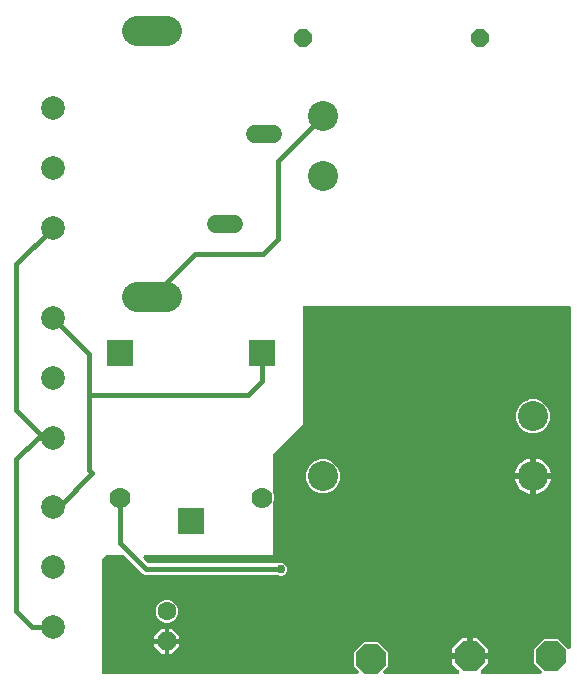
<source format=gbr>
G04 EAGLE Gerber RS-274X export*
G75*
%MOMM*%
%FSLAX34Y34*%
%LPD*%
%INBottom Copper*%
%IPPOS*%
%AMOC8*
5,1,8,0,0,1.08239X$1,22.5*%
G01*
%ADD10P,1.649562X8X202.500000*%
%ADD11C,2.000000*%
%ADD12C,2.540000*%
%ADD13C,1.524000*%
%ADD14C,2.540000*%
%ADD15R,2.184400X2.184400*%
%ADD16C,1.778000*%
%ADD17P,2.749271X8X22.500000*%
%ADD18P,1.732040X8X292.500000*%
%ADD19C,1.600200*%
%ADD20C,0.406400*%
%ADD21C,0.756400*%

G36*
X300107Y10162D02*
X300107Y10162D01*
X300116Y10161D01*
X300308Y10182D01*
X300499Y10201D01*
X300508Y10203D01*
X300517Y10204D01*
X300699Y10262D01*
X300884Y10319D01*
X300892Y10323D01*
X300901Y10326D01*
X301069Y10419D01*
X301238Y10511D01*
X301245Y10516D01*
X301253Y10521D01*
X301400Y10645D01*
X301547Y10768D01*
X301553Y10775D01*
X301560Y10781D01*
X301679Y10932D01*
X301800Y11082D01*
X301804Y11090D01*
X301809Y11097D01*
X301897Y11270D01*
X301985Y11439D01*
X301988Y11448D01*
X301992Y11456D01*
X302044Y11642D01*
X302097Y11826D01*
X302097Y11835D01*
X302100Y11844D01*
X302114Y12037D01*
X302130Y12228D01*
X302129Y12236D01*
X302129Y12245D01*
X302105Y12438D01*
X302083Y12627D01*
X302080Y12636D01*
X302079Y12645D01*
X302017Y12828D01*
X301958Y13010D01*
X301953Y13018D01*
X301951Y13026D01*
X301854Y13193D01*
X301760Y13361D01*
X301754Y13368D01*
X301750Y13375D01*
X301535Y13628D01*
X298195Y16968D01*
X298195Y28752D01*
X306528Y37085D01*
X318312Y37085D01*
X326645Y28752D01*
X326645Y16968D01*
X323305Y13628D01*
X323299Y13621D01*
X323293Y13616D01*
X323172Y13466D01*
X323050Y13317D01*
X323046Y13309D01*
X323040Y13302D01*
X322952Y13132D01*
X322861Y12961D01*
X322859Y12952D01*
X322855Y12945D01*
X322802Y12760D01*
X322747Y12575D01*
X322746Y12566D01*
X322743Y12558D01*
X322728Y12367D01*
X322710Y12174D01*
X322711Y12165D01*
X322710Y12156D01*
X322733Y11967D01*
X322754Y11774D01*
X322756Y11765D01*
X322757Y11757D01*
X322817Y11575D01*
X322875Y11390D01*
X322879Y11382D01*
X322882Y11374D01*
X322977Y11205D01*
X323070Y11038D01*
X323076Y11031D01*
X323080Y11023D01*
X323206Y10877D01*
X323330Y10731D01*
X323337Y10725D01*
X323343Y10718D01*
X323495Y10601D01*
X323646Y10481D01*
X323654Y10477D01*
X323661Y10472D01*
X323833Y10386D01*
X324005Y10299D01*
X324014Y10296D01*
X324022Y10292D01*
X324208Y10242D01*
X324393Y10191D01*
X324402Y10190D01*
X324411Y10188D01*
X324741Y10161D01*
X385022Y10161D01*
X385031Y10162D01*
X385040Y10161D01*
X385231Y10182D01*
X385422Y10201D01*
X385431Y10203D01*
X385440Y10204D01*
X385622Y10262D01*
X385807Y10319D01*
X385815Y10323D01*
X385824Y10326D01*
X385992Y10419D01*
X386161Y10511D01*
X386168Y10516D01*
X386176Y10521D01*
X386323Y10645D01*
X386471Y10768D01*
X386476Y10775D01*
X386483Y10781D01*
X386602Y10932D01*
X386723Y11082D01*
X386727Y11090D01*
X386733Y11097D01*
X386820Y11270D01*
X386908Y11439D01*
X386911Y11448D01*
X386915Y11456D01*
X386967Y11642D01*
X387020Y11826D01*
X387021Y11835D01*
X387023Y11844D01*
X387037Y12037D01*
X387053Y12228D01*
X387052Y12236D01*
X387052Y12245D01*
X387028Y12438D01*
X387006Y12627D01*
X387003Y12636D01*
X387002Y12645D01*
X386941Y12828D01*
X386881Y13010D01*
X386877Y13018D01*
X386874Y13026D01*
X386778Y13193D01*
X386683Y13361D01*
X386677Y13368D01*
X386673Y13375D01*
X386458Y13628D01*
X380999Y19087D01*
X380999Y22861D01*
X395732Y22861D01*
X395750Y22862D01*
X395767Y22861D01*
X395950Y22882D01*
X396132Y22901D01*
X396149Y22906D01*
X396167Y22908D01*
X396245Y22933D01*
X396382Y22894D01*
X396400Y22892D01*
X396417Y22888D01*
X396748Y22861D01*
X411481Y22861D01*
X411481Y19087D01*
X406022Y13628D01*
X406016Y13621D01*
X406009Y13616D01*
X405889Y13466D01*
X405767Y13317D01*
X405763Y13309D01*
X405757Y13302D01*
X405669Y13132D01*
X405578Y12961D01*
X405576Y12952D01*
X405572Y12945D01*
X405518Y12760D01*
X405463Y12575D01*
X405463Y12566D01*
X405460Y12558D01*
X405445Y12366D01*
X405427Y12174D01*
X405428Y12165D01*
X405427Y12156D01*
X405449Y11967D01*
X405470Y11774D01*
X405473Y11765D01*
X405474Y11757D01*
X405534Y11575D01*
X405592Y11390D01*
X405596Y11382D01*
X405599Y11374D01*
X405694Y11205D01*
X405787Y11038D01*
X405793Y11031D01*
X405797Y11023D01*
X405923Y10877D01*
X406047Y10731D01*
X406054Y10725D01*
X406060Y10718D01*
X406212Y10601D01*
X406363Y10481D01*
X406371Y10477D01*
X406378Y10472D01*
X406550Y10386D01*
X406722Y10299D01*
X406731Y10296D01*
X406739Y10292D01*
X406925Y10242D01*
X407110Y10191D01*
X407119Y10190D01*
X407128Y10188D01*
X407458Y10161D01*
X455039Y10161D01*
X455047Y10162D01*
X455056Y10161D01*
X455250Y10182D01*
X455439Y10201D01*
X455448Y10203D01*
X455457Y10204D01*
X455641Y10262D01*
X455824Y10319D01*
X455832Y10323D01*
X455841Y10326D01*
X456009Y10419D01*
X456178Y10511D01*
X456185Y10516D01*
X456193Y10521D01*
X456340Y10645D01*
X456487Y10768D01*
X456493Y10775D01*
X456500Y10781D01*
X456619Y10932D01*
X456740Y11082D01*
X456744Y11090D01*
X456749Y11097D01*
X456837Y11270D01*
X456925Y11439D01*
X456928Y11448D01*
X456932Y11456D01*
X456984Y11642D01*
X457037Y11826D01*
X457037Y11835D01*
X457040Y11844D01*
X457054Y12037D01*
X457070Y12228D01*
X457069Y12236D01*
X457069Y12245D01*
X457045Y12438D01*
X457023Y12627D01*
X457020Y12636D01*
X457019Y12645D01*
X456957Y12828D01*
X456898Y13010D01*
X456893Y13018D01*
X456891Y13026D01*
X456794Y13193D01*
X456700Y13361D01*
X456694Y13368D01*
X456690Y13375D01*
X456475Y13628D01*
X450595Y19508D01*
X450595Y31292D01*
X458928Y39625D01*
X470712Y39625D01*
X478372Y31965D01*
X478379Y31959D01*
X478384Y31953D01*
X478534Y31832D01*
X478683Y31710D01*
X478691Y31706D01*
X478698Y31700D01*
X478868Y31612D01*
X479039Y31521D01*
X479048Y31519D01*
X479055Y31515D01*
X479240Y31462D01*
X479425Y31407D01*
X479434Y31406D01*
X479442Y31403D01*
X479634Y31388D01*
X479826Y31370D01*
X479835Y31371D01*
X479844Y31370D01*
X480033Y31393D01*
X480226Y31414D01*
X480235Y31416D01*
X480243Y31417D01*
X480425Y31477D01*
X480610Y31535D01*
X480618Y31539D01*
X480626Y31542D01*
X480795Y31637D01*
X480962Y31730D01*
X480969Y31736D01*
X480977Y31740D01*
X481123Y31866D01*
X481269Y31990D01*
X481275Y31997D01*
X481282Y32003D01*
X481399Y32155D01*
X481519Y32306D01*
X481523Y32314D01*
X481528Y32321D01*
X481614Y32493D01*
X481701Y32665D01*
X481704Y32674D01*
X481708Y32682D01*
X481758Y32868D01*
X481809Y33053D01*
X481810Y33062D01*
X481812Y33071D01*
X481839Y33401D01*
X481839Y320040D01*
X481837Y320058D01*
X481839Y320076D01*
X481818Y320258D01*
X481799Y320441D01*
X481794Y320458D01*
X481792Y320475D01*
X481735Y320650D01*
X481681Y320826D01*
X481673Y320841D01*
X481667Y320858D01*
X481577Y321018D01*
X481489Y321180D01*
X481478Y321193D01*
X481469Y321209D01*
X481349Y321348D01*
X481232Y321489D01*
X481218Y321500D01*
X481206Y321514D01*
X481061Y321626D01*
X480918Y321741D01*
X480902Y321749D01*
X480888Y321760D01*
X480723Y321842D01*
X480561Y321927D01*
X480544Y321932D01*
X480528Y321940D01*
X480349Y321987D01*
X480174Y322038D01*
X480156Y322040D01*
X480139Y322044D01*
X479808Y322071D01*
X256540Y322071D01*
X256522Y322069D01*
X256504Y322071D01*
X256322Y322050D01*
X256139Y322031D01*
X256122Y322026D01*
X256105Y322024D01*
X255930Y321967D01*
X255754Y321913D01*
X255739Y321905D01*
X255722Y321899D01*
X255562Y321809D01*
X255400Y321721D01*
X255387Y321710D01*
X255371Y321701D01*
X255232Y321581D01*
X255091Y321464D01*
X255080Y321450D01*
X255067Y321438D01*
X254954Y321293D01*
X254839Y321150D01*
X254831Y321134D01*
X254820Y321120D01*
X254738Y320955D01*
X254653Y320793D01*
X254648Y320776D01*
X254640Y320760D01*
X254593Y320581D01*
X254542Y320406D01*
X254540Y320388D01*
X254536Y320371D01*
X254509Y320040D01*
X254509Y221821D01*
X229704Y197016D01*
X229687Y196996D01*
X229667Y196978D01*
X229559Y196840D01*
X229449Y196705D01*
X229436Y196681D01*
X229420Y196660D01*
X229342Y196503D01*
X229260Y196349D01*
X229252Y196324D01*
X229240Y196300D01*
X229195Y196130D01*
X229145Y195963D01*
X229143Y195937D01*
X229136Y195911D01*
X229109Y195580D01*
X229109Y165497D01*
X229112Y165466D01*
X229110Y165435D01*
X229132Y165265D01*
X229149Y165096D01*
X229158Y165066D01*
X229162Y165035D01*
X229263Y164720D01*
X230435Y161892D01*
X230435Y157748D01*
X229263Y154920D01*
X229254Y154891D01*
X229240Y154863D01*
X229196Y154698D01*
X229147Y154535D01*
X229144Y154504D01*
X229136Y154474D01*
X229109Y154143D01*
X229109Y111251D01*
X121818Y111251D01*
X121809Y111250D01*
X121800Y111251D01*
X121607Y111230D01*
X121417Y111211D01*
X121409Y111209D01*
X121400Y111208D01*
X121215Y111149D01*
X121032Y111093D01*
X121024Y111089D01*
X121016Y111086D01*
X120848Y110993D01*
X120678Y110901D01*
X120671Y110896D01*
X120664Y110891D01*
X120517Y110767D01*
X120369Y110644D01*
X120363Y110637D01*
X120357Y110631D01*
X120237Y110479D01*
X120117Y110330D01*
X120113Y110322D01*
X120107Y110315D01*
X120019Y110142D01*
X119931Y109973D01*
X119929Y109964D01*
X119925Y109956D01*
X119873Y109770D01*
X119820Y109586D01*
X119819Y109577D01*
X119817Y109568D01*
X119803Y109375D01*
X119787Y109184D01*
X119788Y109176D01*
X119787Y109167D01*
X119812Y108974D01*
X119834Y108785D01*
X119837Y108776D01*
X119838Y108767D01*
X119899Y108585D01*
X119959Y108402D01*
X119963Y108394D01*
X119966Y108386D01*
X120062Y108218D01*
X120157Y108051D01*
X120162Y108044D01*
X120167Y108037D01*
X120382Y107784D01*
X123430Y104736D01*
X123450Y104719D01*
X123468Y104698D01*
X123606Y104591D01*
X123741Y104481D01*
X123765Y104468D01*
X123786Y104452D01*
X123943Y104374D01*
X124097Y104292D01*
X124122Y104284D01*
X124146Y104272D01*
X124316Y104227D01*
X124483Y104177D01*
X124509Y104175D01*
X124535Y104168D01*
X124866Y104141D01*
X234215Y104141D01*
X234246Y104144D01*
X234277Y104142D01*
X234446Y104164D01*
X234615Y104181D01*
X234645Y104190D01*
X234676Y104194D01*
X234992Y104295D01*
X235164Y104367D01*
X237276Y104367D01*
X239226Y103559D01*
X240719Y102066D01*
X241527Y100116D01*
X241527Y98004D01*
X240719Y96054D01*
X239226Y94561D01*
X237276Y93753D01*
X235164Y93753D01*
X234992Y93825D01*
X234962Y93834D01*
X234934Y93848D01*
X234769Y93892D01*
X234607Y93941D01*
X234576Y93944D01*
X234545Y93952D01*
X234215Y93979D01*
X120909Y93979D01*
X119042Y94753D01*
X117327Y96468D01*
X103138Y110656D01*
X103118Y110673D01*
X103100Y110694D01*
X102962Y110801D01*
X102827Y110911D01*
X102803Y110924D01*
X102782Y110940D01*
X102626Y111018D01*
X102471Y111100D01*
X102446Y111108D01*
X102422Y111120D01*
X102252Y111165D01*
X102085Y111215D01*
X102059Y111217D01*
X102033Y111224D01*
X101702Y111251D01*
X88900Y111251D01*
X88873Y111249D01*
X88847Y111251D01*
X88673Y111229D01*
X88499Y111211D01*
X88474Y111204D01*
X88447Y111200D01*
X88282Y111145D01*
X88114Y111093D01*
X88091Y111080D01*
X88066Y111072D01*
X87914Y110985D01*
X87760Y110901D01*
X87740Y110884D01*
X87717Y110871D01*
X87464Y110656D01*
X84924Y108116D01*
X84907Y108096D01*
X84887Y108078D01*
X84779Y107940D01*
X84669Y107805D01*
X84656Y107781D01*
X84640Y107760D01*
X84562Y107603D01*
X84480Y107449D01*
X84472Y107424D01*
X84460Y107400D01*
X84415Y107230D01*
X84365Y107063D01*
X84363Y107037D01*
X84356Y107011D01*
X84329Y106680D01*
X84329Y12192D01*
X84331Y12174D01*
X84329Y12156D01*
X84350Y11974D01*
X84369Y11791D01*
X84374Y11774D01*
X84376Y11757D01*
X84433Y11582D01*
X84487Y11406D01*
X84495Y11391D01*
X84501Y11374D01*
X84591Y11214D01*
X84679Y11052D01*
X84690Y11039D01*
X84699Y11023D01*
X84819Y10884D01*
X84936Y10743D01*
X84950Y10732D01*
X84962Y10718D01*
X85107Y10606D01*
X85250Y10491D01*
X85266Y10483D01*
X85280Y10472D01*
X85445Y10390D01*
X85607Y10305D01*
X85624Y10300D01*
X85641Y10292D01*
X85819Y10245D01*
X85994Y10194D01*
X86012Y10192D01*
X86029Y10188D01*
X86360Y10161D01*
X300099Y10161D01*
X300107Y10162D01*
G37*
%LPC*%
G36*
X268950Y163575D02*
X268950Y163575D01*
X263722Y165741D01*
X259721Y169742D01*
X257555Y174970D01*
X257555Y180630D01*
X259721Y185858D01*
X263722Y189859D01*
X268950Y192025D01*
X274610Y192025D01*
X279838Y189859D01*
X283839Y185858D01*
X286005Y180630D01*
X286005Y174970D01*
X283839Y169742D01*
X279838Y165741D01*
X274610Y163575D01*
X268950Y163575D01*
G37*
%LPD*%
%LPC*%
G36*
X446750Y214375D02*
X446750Y214375D01*
X441522Y216541D01*
X437521Y220542D01*
X435355Y225770D01*
X435355Y231430D01*
X437521Y236658D01*
X441522Y240659D01*
X444473Y241881D01*
X446750Y242825D01*
X452410Y242825D01*
X457638Y240659D01*
X461639Y236658D01*
X463805Y231430D01*
X463805Y225770D01*
X461639Y220542D01*
X457638Y216541D01*
X454302Y215159D01*
X454301Y215159D01*
X452410Y214375D01*
X446750Y214375D01*
G37*
%LPD*%
%LPC*%
G36*
X137805Y53974D02*
X137805Y53974D01*
X134304Y55424D01*
X131624Y58104D01*
X130174Y61605D01*
X130174Y65395D01*
X131624Y68896D01*
X134304Y71576D01*
X137805Y73026D01*
X141595Y73026D01*
X145096Y71576D01*
X147776Y68896D01*
X149226Y65395D01*
X149226Y61605D01*
X147776Y58104D01*
X145096Y55424D01*
X143323Y54690D01*
X141595Y53974D01*
X137805Y53974D01*
G37*
%LPD*%
%LPC*%
G36*
X398779Y27939D02*
X398779Y27939D01*
X398779Y40641D01*
X402553Y40641D01*
X411481Y31713D01*
X411481Y27939D01*
X398779Y27939D01*
G37*
%LPD*%
%LPC*%
G36*
X380999Y27939D02*
X380999Y27939D01*
X380999Y31713D01*
X389927Y40641D01*
X393701Y40641D01*
X393701Y27939D01*
X380999Y27939D01*
G37*
%LPD*%
%LPC*%
G36*
X452079Y180299D02*
X452079Y180299D01*
X452079Y192843D01*
X452560Y192780D01*
X454490Y192263D01*
X456335Y191498D01*
X458065Y190499D01*
X459651Y189283D01*
X461063Y187871D01*
X462279Y186285D01*
X463278Y184555D01*
X464043Y182710D01*
X464560Y180780D01*
X464623Y180299D01*
X452079Y180299D01*
G37*
%LPD*%
%LPC*%
G36*
X434537Y180299D02*
X434537Y180299D01*
X434600Y180780D01*
X435117Y182710D01*
X435882Y184555D01*
X436881Y186285D01*
X438097Y187871D01*
X439509Y189283D01*
X441095Y190499D01*
X442825Y191498D01*
X444670Y192263D01*
X446600Y192780D01*
X447081Y192843D01*
X447081Y180299D01*
X434537Y180299D01*
G37*
%LPD*%
%LPC*%
G36*
X452079Y175301D02*
X452079Y175301D01*
X464623Y175301D01*
X464560Y174820D01*
X464043Y172890D01*
X463278Y171045D01*
X462279Y169315D01*
X461063Y167729D01*
X459651Y166317D01*
X458065Y165101D01*
X456335Y164102D01*
X454490Y163337D01*
X452560Y162820D01*
X452079Y162757D01*
X452079Y175301D01*
G37*
%LPD*%
%LPC*%
G36*
X446600Y162820D02*
X446600Y162820D01*
X444670Y163337D01*
X442825Y164102D01*
X441095Y165101D01*
X439509Y166317D01*
X438097Y167729D01*
X436881Y169315D01*
X435882Y171045D01*
X435117Y172890D01*
X434600Y174820D01*
X434537Y175301D01*
X447081Y175301D01*
X447081Y162757D01*
X446600Y162820D01*
G37*
%LPD*%
%LPC*%
G36*
X141731Y40131D02*
X141731Y40131D01*
X141731Y48642D01*
X144067Y48642D01*
X150242Y42467D01*
X150242Y40131D01*
X141731Y40131D01*
G37*
%LPD*%
%LPC*%
G36*
X129158Y40131D02*
X129158Y40131D01*
X129158Y42467D01*
X135333Y48642D01*
X137669Y48642D01*
X137669Y40131D01*
X129158Y40131D01*
G37*
%LPD*%
%LPC*%
G36*
X141731Y27558D02*
X141731Y27558D01*
X141731Y36069D01*
X150242Y36069D01*
X150242Y33733D01*
X144067Y27558D01*
X141731Y27558D01*
G37*
%LPD*%
%LPC*%
G36*
X135333Y27558D02*
X135333Y27558D01*
X129158Y33733D01*
X129158Y36069D01*
X137669Y36069D01*
X137669Y27558D01*
X135333Y27558D01*
G37*
%LPD*%
D10*
X405130Y548640D03*
X255270Y548640D03*
D11*
X42930Y388409D03*
X42930Y439209D03*
X42930Y490009D03*
X42930Y210609D03*
X42930Y261409D03*
X42930Y312209D03*
X42930Y50589D03*
X42930Y101389D03*
X42930Y152189D03*
D12*
X114300Y554482D02*
X139700Y554482D01*
X139700Y329438D02*
X114300Y329438D01*
D13*
X214630Y467360D02*
X229870Y467360D01*
X196850Y391160D02*
X181610Y391160D01*
D14*
X271780Y482600D03*
X271780Y431800D03*
X271780Y177800D03*
X449580Y177800D03*
X449580Y228600D03*
D15*
X160020Y139820D03*
X220020Y281820D03*
X100020Y281820D03*
D16*
X100020Y159820D03*
X220020Y159820D03*
D17*
X312420Y22860D03*
X464820Y25400D03*
X396240Y25400D03*
D18*
X139700Y38100D03*
D19*
X139700Y63500D03*
D20*
X42930Y50589D02*
X25103Y50589D01*
X12192Y63500D01*
X12192Y192532D01*
X30269Y210609D02*
X42930Y210609D01*
X30269Y210609D02*
X12192Y192532D01*
X12192Y357671D02*
X42930Y388409D01*
X12192Y357671D02*
X12192Y233680D01*
X35263Y210609D01*
X42930Y210609D01*
X127000Y329438D02*
X163322Y365760D01*
X220980Y365760D01*
X233680Y378460D01*
X233680Y444500D02*
X271780Y482600D01*
X233680Y444500D02*
X233680Y378460D01*
X424180Y177800D02*
X449580Y177800D01*
X424180Y177800D02*
X309880Y292100D01*
D21*
X309880Y292100D03*
X462280Y292100D03*
D20*
X449580Y177800D02*
X449580Y157610D01*
X460756Y290576D02*
X462280Y292100D01*
D21*
X236220Y99060D03*
D20*
X100020Y120960D02*
X100020Y159820D01*
X100020Y120960D02*
X121920Y99060D01*
X236220Y99060D01*
X73660Y281479D02*
X42930Y312209D01*
X73660Y182880D02*
X76200Y180340D01*
X48049Y152189D01*
X42930Y152189D01*
X73660Y246380D02*
X73660Y281479D01*
X73660Y246380D02*
X73660Y182880D01*
X220020Y258120D02*
X220020Y281820D01*
X208280Y246380D02*
X73660Y246380D01*
X208280Y246380D02*
X220020Y258120D01*
M02*

</source>
